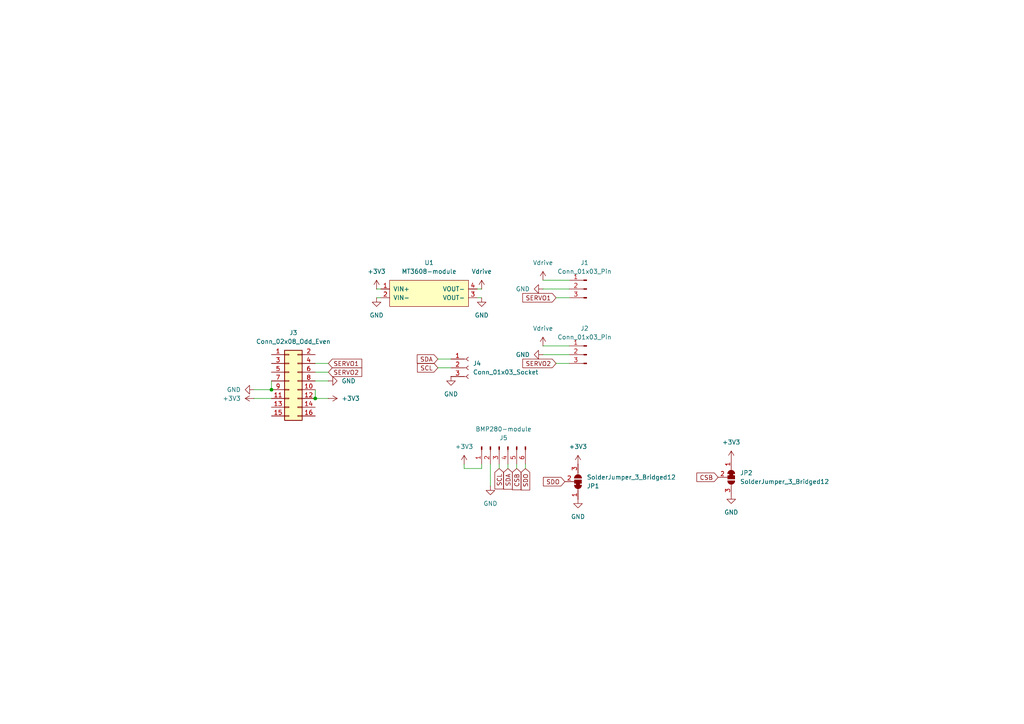
<source format=kicad_sch>
(kicad_sch (version 20231120) (generator "eeschema") (generator_version "8.0")
  (paper "A4")
  (lib_symbols
    (symbol "Connector:Conn_01x03_Pin" (pin_names (offset 1.016) hide)
      (property "Reference" "J" (at 0 5.08 0))
      (property "Value" "Conn_01x03_Pin" (at 0 -5.08 0))
      (symbol "Conn_01x03_Pin_1_1"
        (polyline (pts (xy 1.27 -2.54) (xy 0.8636 -2.54)) (stroke (width 0.1524)))
        (polyline (pts (xy 1.27 0) (xy 0.8636 0)) (stroke (width 0.1524)))
        (polyline (pts (xy 1.27 2.54) (xy 0.8636 2.54)) (stroke (width 0.1524)))
        (rectangle (start 0.8636 -2.413) (end 0 -2.667) (stroke (width 0.1524)) (fill (type outline)))
        (rectangle (start 0.8636 0.127) (end 0 -0.127) (stroke (width 0.1524)) (fill (type outline)))
        (rectangle (start 0.8636 2.667) (end 0 2.413) (stroke (width 0.1524)) (fill (type outline)))
        (pin passive line (at 5.08 2.54 180) (length 3.81) (name "Pin_1") (number "1"))
        (pin passive line (at 5.08 0 180) (length 3.81) (name "Pin_2") (number "2"))
        (pin passive line (at 5.08 -2.54 180) (length 3.81) (name "Pin_3") (number "3"))
      )
    )
    (symbol "Connector:Conn_01x03_Socket" (pin_names (offset 1.016) hide)
      (property "Reference" "J" (at 0 5.08 0))
      (property "Value" "Conn_01x03_Socket" (at 0 -5.08 0))
      (symbol "Conn_01x03_Socket_1_1"
        (arc (start 0 -2.032) (mid -0.5058 -2.54) (end 0 -3.048) (stroke (width 0.1524)))
        (polyline (pts (xy -1.27 -2.54) (xy -0.508 -2.54)) (stroke (width 0.1524)))
        (polyline (pts (xy -1.27 0) (xy -0.508 0)) (stroke (width 0.1524)))
        (polyline (pts (xy -1.27 2.54) (xy -0.508 2.54)) (stroke (width 0.1524)))
        (arc (start 0 0.508) (mid -0.5058 0) (end 0 -0.508) (stroke (width 0.1524)))
        (arc (start 0 3.048) (mid -0.5058 2.54) (end 0 2.032) (stroke (width 0.1524)))
        (pin passive line (at -5.08 2.54 0) (length 3.81) (name "Pin_1") (number "1"))
        (pin passive line (at -5.08 0 0) (length 3.81) (name "Pin_2") (number "2"))
        (pin passive line (at -5.08 -2.54 0) (length 3.81) (name "Pin_3") (number "3"))
      )
    )
    (symbol "Connector:Conn_01x06_Pin" (pin_names (offset 1.016) hide)
      (property "Reference" "J" (at 0 7.62 0))
      (property "Value" "Conn_01x06_Pin" (at 0 -10.16 0))
      (symbol "Conn_01x06_Pin_1_1"
        (polyline (pts (xy 1.27 -7.62) (xy 0.8636 -7.62)) (stroke (width 0.1524)))
        (polyline (pts (xy 1.27 -5.08) (xy 0.8636 -5.08)) (stroke (width 0.1524)))
        (polyline (pts (xy 1.27 -2.54) (xy 0.8636 -2.54)) (stroke (width 0.1524)))
        (polyline (pts (xy 1.27 0) (xy 0.8636 0)) (stroke (width 0.1524)))
        (polyline (pts (xy 1.27 2.54) (xy 0.8636 2.54)) (stroke (width 0.1524)))
        (polyline (pts (xy 1.27 5.08) (xy 0.8636 5.08)) (stroke (width 0.1524)))
        (rectangle (start 0.8636 -7.493) (end 0 -7.747) (stroke (width 0.1524)) (fill (type outline)))
        (rectangle (start 0.8636 -4.953) (end 0 -5.207) (stroke (width 0.1524)) (fill (type outline)))
        (rectangle (start 0.8636 -2.413) (end 0 -2.667) (stroke (width 0.1524)) (fill (type outline)))
        (rectangle (start 0.8636 0.127) (end 0 -0.127) (stroke (width 0.1524)) (fill (type outline)))
        (rectangle (start 0.8636 2.667) (end 0 2.413) (stroke (width 0.1524)) (fill (type outline)))
        (rectangle (start 0.8636 5.207) (end 0 4.953) (stroke (width 0.1524)) (fill (type outline)))
        (pin passive line (at 5.08 5.08 180) (length 3.81) (name "Pin_1") (number "1"))
        (pin passive line (at 5.08 2.54 180) (length 3.81) (name "Pin_2") (number "2"))
        (pin passive line (at 5.08 0 180) (length 3.81) (name "Pin_3") (number "3"))
        (pin passive line (at 5.08 -2.54 180) (length 3.81) (name "Pin_4") (number "4"))
        (pin passive line (at 5.08 -5.08 180) (length 3.81) (name "Pin_5") (number "5"))
        (pin passive line (at 5.08 -7.62 180) (length 3.81) (name "Pin_6") (number "6"))
      )
    )
    (symbol "Connector_Generic:Conn_02x08_Odd_Even" (pin_names (offset 1.016) hide)
      (property "Reference" "J" (at 1.27 10.16 0))
      (property "Value" "Conn_02x08_Odd_Even" (at 1.27 -12.7 0))
      (symbol "Conn_02x08_Odd_Even_1_1"
        (rectangle (start -1.27 -10.033) (end 0 -10.287) (stroke (width 0.1524)))
        (rectangle (start -1.27 -7.493) (end 0 -7.747) (stroke (width 0.1524)))
        (rectangle (start -1.27 -4.953) (end 0 -5.207) (stroke (width 0.1524)))
        (rectangle (start -1.27 -2.413) (end 0 -2.667) (stroke (width 0.1524)))
        (rectangle (start -1.27 0.127) (end 0 -0.127) (stroke (width 0.1524)))
        (rectangle (start -1.27 2.667) (end 0 2.413) (stroke (width 0.1524)))
        (rectangle (start -1.27 5.207) (end 0 4.953) (stroke (width 0.1524)))
        (rectangle (start -1.27 7.747) (end 0 7.493) (stroke (width 0.1524)))
        (rectangle (start -1.27 8.89) (end 3.81 -11.43) (stroke (width 0.254)) (fill (type background)))
        (rectangle (start 3.81 -10.033) (end 2.54 -10.287) (stroke (width 0.1524)))
        (rectangle (start 3.81 -7.493) (end 2.54 -7.747) (stroke (width 0.1524)))
        (rectangle (start 3.81 -4.953) (end 2.54 -5.207) (stroke (width 0.1524)))
        (rectangle (start 3.81 -2.413) (end 2.54 -2.667) (stroke (width 0.1524)))
        (rectangle (start 3.81 0.127) (end 2.54 -0.127) (stroke (width 0.1524)))
        (rectangle (start 3.81 2.667) (end 2.54 2.413) (stroke (width 0.1524)))
        (rectangle (start 3.81 5.207) (end 2.54 4.953) (stroke (width 0.1524)))
        (rectangle (start 3.81 7.747) (end 2.54 7.493) (stroke (width 0.1524)))
        (pin passive line (at -5.08 7.62 0) (length 3.81) (name "Pin_1") (number "1"))
        (pin passive line (at 7.62 -2.54 180) (length 3.81) (name "Pin_10") (number "10"))
        (pin passive line (at -5.08 -5.08 0) (length 3.81) (name "Pin_11") (number "11"))
        (pin passive line (at 7.62 -5.08 180) (length 3.81) (name "Pin_12") (number "12"))
        (pin passive line (at -5.08 -7.62 0) (length 3.81) (name "Pin_13") (number "13"))
        (pin passive line (at 7.62 -7.62 180) (length 3.81) (name "Pin_14") (number "14"))
        (pin passive line (at -5.08 -10.16 0) (length 3.81) (name "Pin_15") (number "15"))
        (pin passive line (at 7.62 -10.16 180) (length 3.81) (name "Pin_16") (number "16"))
        (pin passive line (at 7.62 7.62 180) (length 3.81) (name "Pin_2") (number "2"))
        (pin passive line (at -5.08 5.08 0) (length 3.81) (name "Pin_3") (number "3"))
        (pin passive line (at 7.62 5.08 180) (length 3.81) (name "Pin_4") (number "4"))
        (pin passive line (at -5.08 2.54 0) (length 3.81) (name "Pin_5") (number "5"))
        (pin passive line (at 7.62 2.54 180) (length 3.81) (name "Pin_6") (number "6"))
        (pin passive line (at -5.08 0 0) (length 3.81) (name "Pin_7") (number "7"))
        (pin passive line (at 7.62 0 180) (length 3.81) (name "Pin_8") (number "8"))
        (pin passive line (at -5.08 -2.54 0) (length 3.81) (name "Pin_9") (number "9"))
      )
    )
    (symbol "Jumper:SolderJumper_3_Bridged12" (pin_names (offset 0) hide) (exclude_from_sim yes) (in_bom no)
      (property "Reference" "JP" (at -2.54 -2.54 0))
      (property "Value" "SolderJumper_3_Bridged12" (at 0 2.794 0))
      (symbol "SolderJumper_3_Bridged12_0_1"
        (rectangle (start -1.016 0.508) (end -0.508 -0.508) (fill (type outline)))
        (arc (start -1.016 1.016) (mid -2.0276 0) (end -1.016 -1.016))
        (arc (start -1.016 1.016) (mid -2.0276 0) (end -1.016 -1.016) (fill (type outline)))
        (rectangle (start -0.508 1.016) (end 0.508 -1.016) (fill (type outline)))
        (polyline (pts (xy -2.54 0) (xy -2.032 0)))
        (polyline (pts (xy -1.016 1.016) (xy -1.016 -1.016)))
        (polyline (pts (xy 0 -1.27) (xy 0 -1.016)))
        (polyline (pts (xy 1.016 1.016) (xy 1.016 -1.016)))
        (polyline (pts (xy 2.54 0) (xy 2.032 0)))
        (arc (start 1.016 -1.016) (mid 2.0276 0) (end 1.016 1.016))
        (arc (start 1.016 -1.016) (mid 2.0276 0) (end 1.016 1.016) (fill (type outline)))
      )
      (symbol "SolderJumper_3_Bridged12_1_1"
        (pin passive line (at -5.08 0 0) (length 2.54) (name "A") (number "1"))
        (pin passive line (at 0 -3.81 90) (length 2.54) (name "C") (number "2"))
        (pin passive line (at 5.08 0 180) (length 2.54) (name "B") (number "3"))
      )
    )
    (symbol "hw-045:hw-045" (pin_names (offset 1.016))
      (property "Reference" "U" (at 0 0 0))
      (property "Value" "hw-045" (at 0 1.905 0))
      (symbol "hw-045_0_1"
        (rectangle (start -10.16 5.08) (end 12.7 -2.54) (fill (type background)))
      )
      (symbol "hw-045_1_1"
        (pin input line (at -12.7 2.54 0) (length 2.54) (name "VIN+") (number "1"))
        (pin input line (at -12.7 0 0) (length 2.54) (name "VIN-") (number "2"))
        (pin input line (at 15.24 0 180) (length 2.54) (name "VOUT-") (number "3"))
        (pin input line (at 15.24 2.54 180) (length 2.54) (name "VOUT-") (number "4"))
      )
    )
    (symbol "power:+3V3" (power) (pin_numbers hide) (pin_names (offset 0) hide)
      (property "Value" "+3V3" (at 0 3.556 0))
      (symbol "+3V3_0_1"
        (polyline (pts (xy -0.762 1.27) (xy 0 2.54)))
        (polyline (pts (xy 0 0) (xy 0 2.54)))
        (polyline (pts (xy 0 2.54) (xy 0.762 1.27)))
      )
      (symbol "+3V3_1_1"
        (pin power_in line (at 0 0 90) (length 0) (name "~") (number "1"))
      )
    )
    (symbol "power:GND" (power) (pin_numbers hide) (pin_names (offset 0) hide)
      (property "Value" "GND" (at 0 -3.81 0))
      (symbol "GND_0_1"
        (polyline (pts (xy 0 0) (xy 0 -1.27) (xy 1.27 -1.27) (xy 0 -2.54) (xy -1.27 -1.27) (xy 0 -1.27)))
      )
      (symbol "GND_1_1"
        (pin power_in line (at 0 0 270) (length 0) (name "~") (number "1"))
      )
    )
    (symbol "power:Vdrive" (power) (pin_numbers hide) (pin_names (offset 0) hide)
      (property "Value" "Vdrive" (at 0 3.556 0))
      (symbol "Vdrive_0_1"
        (polyline (pts (xy -0.762 1.27) (xy 0 2.54)))
        (polyline (pts (xy 0 0) (xy 0 2.54)))
        (polyline (pts (xy 0 2.54) (xy 0.762 1.27)))
      )
      (symbol "Vdrive_1_1"
        (pin power_in line (at 0 0 90) (length 0) (name "~") (number "1"))
      )
    )
  )
  (junction (at 78.74 113.03))
  (junction (at 91.44 115.57))
  (wire (pts (xy 91.44 107.95) (xy 95.25 107.95)))
  (wire (pts (xy 91.44 110.49) (xy 95.25 110.49)))
  (wire (pts (xy 157.48 102.87) (xy 165.1 102.87)))
  (wire (pts (xy 91.44 105.41) (xy 95.25 105.41)))
  (wire (pts (xy 161.29 105.41) (xy 165.1 105.41)))
  (wire (pts (xy 157.48 83.82) (xy 165.1 83.82)))
  (wire (pts (xy 157.48 81.28) (xy 165.1 81.28)))
  (wire (pts (xy 139.7 134.62) (xy 139.7 135.89)))
  (wire (pts (xy 109.22 86.36) (xy 110.49 86.36)))
  (wire (pts (xy 142.24 134.62) (xy 142.24 140.97)))
  (wire (pts (xy 139.7 83.82) (xy 138.43 83.82)))
  (wire (pts (xy 95.25 115.57) (xy 91.44 115.57)))
  (wire (pts (xy 73.66 115.57) (xy 78.74 115.57)))
  (wire (pts (xy 161.29 86.36) (xy 165.1 86.36)))
  (wire (pts (xy 139.7 135.89) (xy 134.62 135.89)))
  (wire (pts (xy 91.44 115.57) (xy 91.44 113.03)))
  (wire (pts (xy 139.7 86.36) (xy 138.43 86.36)))
  (wire (pts (xy 152.4 134.62) (xy 152.4 135.89)))
  (wire (pts (xy 127 106.68) (xy 130.81 106.68)))
  (wire (pts (xy 144.78 134.62) (xy 144.78 135.89)))
  (wire (pts (xy 134.62 135.89) (xy 134.62 134.62)))
  (wire (pts (xy 127 104.14) (xy 130.81 104.14)))
  (wire (pts (xy 78.74 113.03) (xy 78.74 110.49)))
  (wire (pts (xy 149.86 134.62) (xy 149.86 135.89)))
  (wire (pts (xy 73.66 113.03) (xy 78.74 113.03)))
  (wire (pts (xy 157.48 100.33) (xy 165.1 100.33)))
  (wire (pts (xy 147.32 134.62) (xy 147.32 135.89)))
  (wire (pts (xy 109.22 83.82) (xy 110.49 83.82)))
  (global_label "SCL" (shape input) (at 127 106.68 180) (property "Intersheetrefs" "${INTERSHEET_REFS}" (effects (hide yes))))
  (global_label "SDO" (shape input) (at 163.83 139.7 180) (property "Intersheetrefs" "${INTERSHEET_REFS}" (effects (hide yes))))
  (global_label "SERVO2" (shape input) (at 95.25 107.95 0) (property "Intersheetrefs" "${INTERSHEET_REFS}" (effects (hide yes))))
  (global_label "SCL" (shape input) (at 144.78 135.89 270) (property "Intersheetrefs" "${INTERSHEET_REFS}" (effects (hide yes))))
  (global_label "SDO" (shape input) (at 152.4 135.89 270) (property "Intersheetrefs" "${INTERSHEET_REFS}" (effects (hide yes))))
  (global_label "SERVO1" (shape input) (at 95.25 105.41 0) (property "Intersheetrefs" "${INTERSHEET_REFS}" (effects (hide yes))))
  (global_label "SERVO1" (shape input) (at 161.29 86.36 180) (property "Intersheetrefs" "${INTERSHEET_REFS}" (effects (hide yes))))
  (global_label "SDA" (shape input) (at 127 104.14 180) (property "Intersheetrefs" "${INTERSHEET_REFS}" (effects (hide yes))))
  (global_label "SERVO2" (shape input) (at 161.29 105.41 180) (property "Intersheetrefs" "${INTERSHEET_REFS}" (effects (hide yes))))
  (global_label "CSB" (shape input) (at 208.28 138.43 180) (property "Intersheetrefs" "${INTERSHEET_REFS}" (effects (hide yes))))
  (global_label "SDA" (shape input) (at 147.32 135.89 270) (property "Intersheetrefs" "${INTERSHEET_REFS}" (effects (hide yes))))
  (global_label "CSB" (shape input) (at 149.86 135.89 270) (property "Intersheetrefs" "${INTERSHEET_REFS}" (effects (hide yes))))
  (symbol (lib_id "power:Vdrive") (at 157.48 81.28 0) (unit 1)
    (property "Reference" "#PWR04" (effects (hide yes)))
    (property "Value" "Vdrive" (at 157.48 76.2 0))
    (property "Description" "Power symbol creates a global label with name \"Vdrive\"" (effects (hide yes)))
  )
  (symbol (lib_id "Jumper:SolderJumper_3_Bridged12") (at 212.09 138.43 270) (unit 1) (exclude_from_sim yes) (in_bom no)
    (property "Reference" "JP2" (at 214.63 137.1599 90) (effects (justify left)))
    (property "Value" "SolderJumper_3_Bridged12" (at 214.63 139.6999 90) (effects (justify left)))
    (property "Description" "3-pole Solder Jumper, pins 1+2 closed/bridged" (effects (hide yes)))
  )
  (symbol (lib_id "power:GND") (at 157.48 102.87 270) (unit 1)
    (property "Reference" "#PWR07" (effects (hide yes)))
    (property "Value" "GND" (at 153.67 102.8699 90) (effects (justify right)))
    (property "Description" "Power symbol creates a global label with name \"GND\" , ground" (effects (hide yes)))
  )
  (symbol (lib_id "power:GND") (at 73.66 113.03 270) (unit 1)
    (property "Reference" "#PWR011" (effects (hide yes)))
    (property "Value" "GND" (at 69.85 113.0299 90) (effects (justify right)))
    (property "Description" "Power symbol creates a global label with name \"GND\" , ground" (effects (hide yes)))
  )
  (symbol (lib_id "Connector:Conn_01x03_Pin") (at 170.18 83.82 0) (mirror y) (unit 1)
    (property "Reference" "J1" (at 169.545 76.2 0))
    (property "Value" "Conn_01x03_Pin" (at 169.545 78.74 0))
    (property "Footprint" "Connector_PinHeader_2.54mm:PinHeader_1x03_P2.54mm_Vertical" (effects (hide yes)))
    (property "Description" "Generic connector, single row, 01x03, script generated" (effects (hide yes)))
  )
  (symbol (lib_id "Jumper:SolderJumper_3_Bridged12") (at 167.64 139.7 270) (mirror x) (unit 1) (exclude_from_sim yes) (in_bom no)
    (property "Reference" "JP1" (at 170.18 140.9701 90) (effects (justify left)))
    (property "Value" "SolderJumper_3_Bridged12" (at 170.18 138.4301 90) (effects (justify left)))
    (property "Description" "3-pole Solder Jumper, pins 1+2 closed/bridged" (effects (hide yes)))
  )
  (symbol (lib_id "power:GND") (at 142.24 140.97 0) (unit 1)
    (property "Reference" "#PWR014" (effects (hide yes)))
    (property "Value" "GND" (at 142.24 146.05 0))
    (property "Description" "Power symbol creates a global label with name \"GND\" , ground" (effects (hide yes)))
  )
  (symbol (lib_id "power:GND") (at 139.7 86.36 0) (unit 1)
    (property "Reference" "#PWR01" (effects (hide yes)))
    (property "Value" "GND" (at 139.7 91.44 0))
    (property "Description" "Power symbol creates a global label with name \"GND\" , ground" (effects (hide yes)))
  )
  (symbol (lib_id "power:Vdrive") (at 139.7 83.82 0) (unit 1)
    (property "Reference" "#PWR03" (effects (hide yes)))
    (property "Value" "Vdrive" (at 139.7 78.74 0))
    (property "Description" "Power symbol creates a global label with name \"Vdrive\"" (effects (hide yes)))
  )
  (symbol (lib_id "power:GND") (at 212.09 143.51 0) (unit 1)
    (property "Reference" "#PWR019" (effects (hide yes)))
    (property "Value" "GND" (at 212.09 148.59 0))
    (property "Description" "Power symbol creates a global label with name \"GND\" , ground" (effects (hide yes)))
  )
  (symbol (lib_id "power:GND") (at 109.22 86.36 0) (unit 1)
    (property "Reference" "#PWR02" (effects (hide yes)))
    (property "Value" "GND" (at 109.22 91.44 0))
    (property "Description" "Power symbol creates a global label with name \"GND\" , ground" (effects (hide yes)))
  )
  (symbol (lib_id "power:+3V3") (at 167.64 134.62 0) (unit 1)
    (property "Reference" "#PWR017" (effects (hide yes)))
    (property "Value" "+3V3" (at 167.64 129.54 0))
    (property "Description" "Power symbol creates a global label with name \"+3V3\"" (effects (hide yes)))
  )
  (symbol (lib_id "power:+3V3") (at 212.09 133.35 0) (unit 1)
    (property "Reference" "#PWR018" (effects (hide yes)))
    (property "Value" "+3V3" (at 212.09 128.27 0))
    (property "Description" "Power symbol creates a global label with name \"+3V3\"" (effects (hide yes)))
  )
  (symbol (lib_id "power:Vdrive") (at 157.48 100.33 0) (unit 1)
    (property "Reference" "#PWR06" (effects (hide yes)))
    (property "Value" "Vdrive" (at 157.48 95.25 0))
    (property "Description" "Power symbol creates a global label with name \"Vdrive\"" (effects (hide yes)))
  )
  (symbol (lib_id "power:+3V3") (at 109.22 83.82 0) (unit 1)
    (property "Reference" "#PWR08" (effects (hide yes)))
    (property "Value" "+3V3" (at 109.22 78.74 0))
    (property "Description" "Power symbol creates a global label with name \"+3V3\"" (effects (hide yes)))
  )
  (symbol (lib_id "power:+3V3") (at 73.66 115.57 90) (unit 1)
    (property "Reference" "#PWR013" (effects (hide yes)))
    (property "Value" "+3V3" (at 69.85 115.5699 90) (effects (justify left)))
    (property "Description" "Power symbol creates a global label with name \"+3V3\"" (effects (hide yes)))
  )
  (symbol (lib_id "Connector:Conn_01x06_Pin") (at 144.78 129.54 90) (mirror x) (unit 1)
    (property "Reference" "J5" (at 146.05 127 90))
    (property "Value" "BMP280-module" (at 146.05 124.46 90))
    (property "Footprint" "Connector_PinSocket_2.54mm:PinSocket_1x06_P2.54mm_Vertical" (effects (hide yes)))
    (property "Description" "Generic connector, single row, 01x06, script generated" (effects (hide yes)))
  )
  (symbol (lib_id "hw-045:hw-045") (at 123.19 86.36 0) (unit 1)
    (property "Reference" "U1" (at 124.46 76.2 0))
    (property "Value" "MT3608-module" (at 124.46 78.74 0))
    (property "Footprint" "hw-045:hw-045" (effects (hide yes)))
  )
  (symbol (lib_id "power:+3V3") (at 95.25 115.57 270) (unit 1)
    (property "Reference" "#PWR012" (effects (hide yes)))
    (property "Value" "+3V3" (at 99.06 115.5699 90) (effects (justify left)))
    (property "Description" "Power symbol creates a global label with name \"+3V3\"" (effects (hide yes)))
  )
  (symbol (lib_id "Connector_Generic:Conn_02x08_Odd_Even") (at 83.82 110.49 0) (unit 1)
    (property "Reference" "J3" (at 85.09 96.52 0))
    (property "Value" "Conn_02x08_Odd_Even" (at 85.09 99.06 0))
    (property "Footprint" "Connector_PinSocket_2.00mm:PinSocket_2x08_P2.00mm_Vertical" (effects (hide yes)))
    (property "Description" "Generic connector, double row, 02x08, odd/even pin numbering scheme (row 1 odd numbers, row 2 even numbers), script generated (kicad-library-utils/schlib/autogen/connector/)" (effects (hide yes)))
  )
  (symbol (lib_id "Connector:Conn_01x03_Socket") (at 135.89 106.68 0) (unit 1)
    (property "Reference" "J4" (at 137.16 105.4099 0) (effects (justify left)))
    (property "Value" "Conn_01x03_Socket" (at 137.16 107.9499 0) (effects (justify left)))
    (property "Footprint" "Connector_PinSocket_2.54mm:PinSocket_1x03_P2.54mm_Vertical" (effects (hide yes)))
    (property "Description" "Generic connector, single row, 01x03, script generated" (effects (hide yes)))
  )
  (symbol (lib_id "power:GND") (at 130.81 109.22 0) (unit 1)
    (property "Reference" "#PWR09" (effects (hide yes)))
    (property "Value" "GND" (at 130.81 114.3 0))
    (property "Description" "Power symbol creates a global label with name \"GND\" , ground" (effects (hide yes)))
  )
  (symbol (lib_id "power:GND") (at 157.48 83.82 270) (unit 1)
    (property "Reference" "#PWR05" (effects (hide yes)))
    (property "Value" "GND" (at 153.67 83.8199 90) (effects (justify right)))
    (property "Description" "Power symbol creates a global label with name \"GND\" , ground" (effects (hide yes)))
  )
  (symbol (lib_id "power:GND") (at 167.64 144.78 0) (unit 1)
    (property "Reference" "#PWR016" (effects (hide yes)))
    (property "Value" "GND" (at 167.64 149.86 0))
    (property "Description" "Power symbol creates a global label with name \"GND\" , ground" (effects (hide yes)))
  )
  (symbol (lib_id "power:GND") (at 95.25 110.49 90) (unit 1)
    (property "Reference" "#PWR010" (effects (hide yes)))
    (property "Value" "GND" (at 99.06 110.4899 90) (effects (justify right)))
    (property "Description" "Power symbol creates a global label with name \"GND\" , ground" (effects (hide yes)))
  )
  (symbol (lib_id "Connector:Conn_01x03_Pin") (at 170.18 102.87 0) (mirror y) (unit 1)
    (property "Reference" "J2" (at 169.545 95.25 0))
    (property "Value" "Conn_01x03_Pin" (at 169.545 97.79 0))
    (property "Footprint" "Connector_PinHeader_2.54mm:PinHeader_1x03_P2.54mm_Vertical" (effects (hide yes)))
    (property "Description" "Generic connector, single row, 01x03, script generated" (effects (hide yes)))
  )
  (symbol (lib_id "power:+3V3") (at 134.62 134.62 0) (unit 1)
    (property "Reference" "#PWR015" (effects (hide yes)))
    (property "Value" "+3V3" (at 134.62 129.54 0))
    (property "Description" "Power symbol creates a global label with name \"+3V3\"" (effects (hide yes)))
  )
)
</source>
